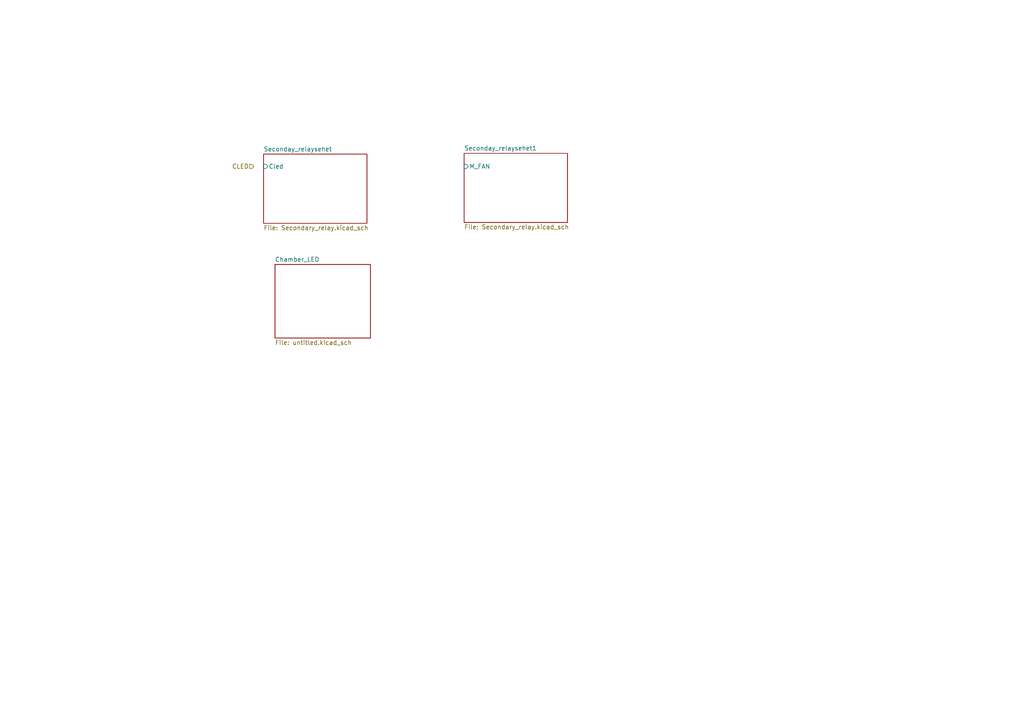
<source format=kicad_sch>
(kicad_sch
	(version 20231120)
	(generator "eeschema")
	(generator_version "8.0")
	(uuid "fb9e56e6-0b17-444e-8d96-874dac65df35")
	(paper "A4")
	(lib_symbols)
	(hierarchical_label "CLED"
		(shape input)
		(at 73.66 48.26 180)
		(fields_autoplaced yes)
		(effects
			(font
				(size 1.27 1.27)
			)
			(justify right)
		)
		(uuid "e5018fdb-e318-4f1d-bc68-b4ac90814992")
	)
	(sheet
		(at 79.756 76.708)
		(size 27.686 21.336)
		(fields_autoplaced yes)
		(stroke
			(width 0.1524)
			(type solid)
		)
		(fill
			(color 0 0 0 0.0000)
		)
		(uuid "00ddab29-6b49-4458-bc09-3788d5afb19d")
		(property "Sheetname" "Chamber_LED"
			(at 79.756 75.9964 0)
			(effects
				(font
					(size 1.27 1.27)
				)
				(justify left bottom)
			)
		)
		(property "Sheetfile" "untitled.kicad_sch"
			(at 79.756 98.6286 0)
			(effects
				(font
					(size 1.27 1.27)
				)
				(justify left top)
			)
		)
		(instances
			(project "SISTER_B1_V1"
				(path "/843f51b1-3560-42fa-861e-ed724a3306d8/fec18bed-e916-43eb-892e-7cee8cabe6a8"
					(page "5")
				)
			)
		)
	)
	(sheet
		(at 76.454 44.704)
		(size 29.972 20.066)
		(fields_autoplaced yes)
		(stroke
			(width 0.1524)
			(type solid)
		)
		(fill
			(color 0 0 0 0.0000)
		)
		(uuid "018247b1-ad1c-4460-9119-ec23dffb650a")
		(property "Sheetname" "Seconday_relaysehet"
			(at 76.454 43.9924 0)
			(effects
				(font
					(size 1.27 1.27)
				)
				(justify left bottom)
			)
		)
		(property "Sheetfile" "Secondary_relay.kicad_sch"
			(at 76.454 65.3546 0)
			(effects
				(font
					(size 1.27 1.27)
				)
				(justify left top)
			)
		)
		(pin "Cled" input
			(at 76.454 48.26 180)
			(effects
				(font
					(size 1.27 1.27)
				)
				(justify left)
			)
			(uuid "7361c919-1b99-462a-823b-a3f8f97b723b")
		)
		(instances
			(project "SISTER_B1_V1"
				(path "/843f51b1-3560-42fa-861e-ed724a3306d8/fec18bed-e916-43eb-892e-7cee8cabe6a8"
					(page "3")
				)
			)
		)
	)
	(sheet
		(at 134.62 44.45)
		(size 29.972 20.066)
		(fields_autoplaced yes)
		(stroke
			(width 0.1524)
			(type solid)
		)
		(fill
			(color 0 0 0 0.0000)
		)
		(uuid "c78362c3-d274-4ee7-9a2a-88eead416196")
		(property "Sheetname" "Seconday_relaysehet1"
			(at 134.62 43.7384 0)
			(effects
				(font
					(size 1.27 1.27)
				)
				(justify left bottom)
			)
		)
		(property "Sheetfile" "Secondary_relay.kicad_sch"
			(at 134.62 65.1006 0)
			(effects
				(font
					(size 1.27 1.27)
				)
				(justify left top)
			)
		)
		(pin "M_FAN" input
			(at 134.62 48.26 180)
			(effects
				(font
					(size 1.27 1.27)
				)
				(justify left)
			)
			(uuid "54f2045c-446f-47bc-880e-556877f45bf4")
		)
		(instances
			(project "SISTER_B1_V1"
				(path "/843f51b1-3560-42fa-861e-ed724a3306d8/fec18bed-e916-43eb-892e-7cee8cabe6a8"
					(page "4")
				)
			)
		)
	)
)

</source>
